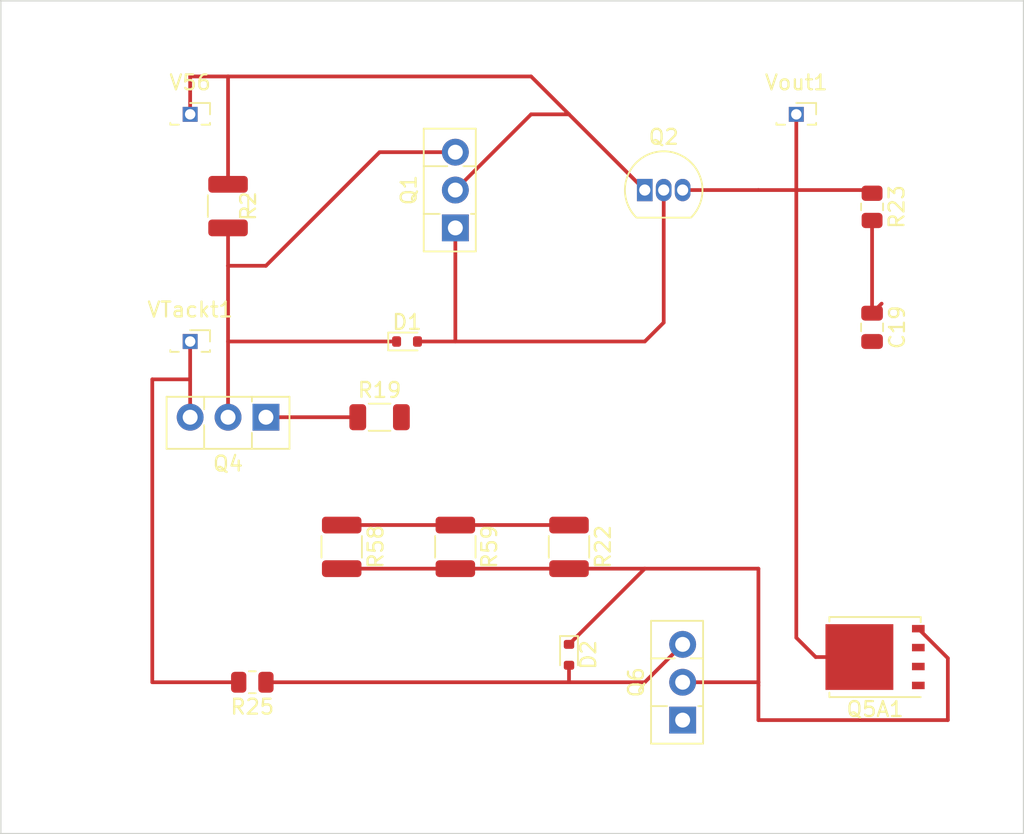
<source format=kicad_pcb>
(kicad_pcb (version 20221018) (generator pcbnew)
  (layers (0 "F.Cu" signal) (31 "B.Cu" signal) (34 "B.Paste" user) (35 "F.Paste" user) (36 "B.SilkS" user "B.Silkscreen") (37 "F.SilkS" user "F.Silkscreen") (38 "B.Mask" user) (39 "F.Mask" user) (44 "Edge.Cuts" user))
  (net 0 "")
  (net 1 "Net-(C19-Pad1)")
  (net 2 "GND")
  (net 3 "Net-(D1-K)")
  (net 4 "Net-(D1-A)")
  (net 5 "Net-(D2-K)")
  (net 6 "Net-(D2-A)")
  (net 7 "Net-(Q1-C)")
  (net 8 "Net-(Q2-S)")
  (net 9 "Net-(Q4-E)")
  (net 10 "+1V8")
  (net 11 "Net-(Q4-B)")
  (footprint "Package_TO_SOT_THT:TO-92_Inline" (layer "F.Cu") (at 154.94 63.5)
    (fp_text reference "Q2" (at 1.27 -3.56) (layer "F.SilkS"))
    (fp_text value "IXTH90P10P")
    (fp_line (start -0.53 1.85) (end 3.07 1.85) (stroke (width 0.12)) (layer "F.SilkS"))
    (fp_arc (start -0.568478 1.838478) (mid -1.132087 -0.994977) (end 1.27 -2.6) (stroke (width 0.12)) (layer "F.SilkS"))
    (fp_arc (start 1.27 -2.6) (mid 3.672087 -0.994977) (end 3.108478 1.838478) (stroke (width 0.12)) (layer "F.SilkS"))
    (pad "1" thru_hole rect (at 0 0) (size 1.05 1.5) (drill 0.75) (layers "*.Cu" "*.Mask") (net 7 "Net-(Q1-C)"))
    (pad "2" thru_hole oval (at 1.27 0) (size 1.05 1.5) (drill 0.75) (layers "*.Cu" "*.Mask") (net 4 "Net-(D1-A)"))
    (pad "3" thru_hole oval (at 2.54 0) (size 1.05 1.5) (drill 0.75) (layers "*.Cu" "*.Mask") (net 8 "Net-(Q2-S)"))
  )
  (footprint "Resistor_SMD:R_1206_3216Metric" (layer "F.Cu") (at 137.16 78.74)
    (fp_text reference "R19" (at 0 -1.82) (layer "F.SilkS"))
    (fp_text value "120R")
    (fp_line (start -0.727064 -0.91) (end 0.727064 -0.91) (stroke (width 0.12)) (layer "F.SilkS"))
    (fp_line (start -0.727064 0.91) (end 0.727064 0.91) (stroke (width 0.12)) (layer "F.SilkS"))
    (pad "1" smd roundrect (at -1.4625 0) (size 1.125 1.75) (layers "F.Cu" "F.Paste" "F.Mask") (roundrect_rratio 0.222222) (net 9 "Net-(Q4-E)"))
    (pad "2" smd roundrect (at 1.4625 0) (size 1.125 1.75) (layers "F.Cu" "F.Paste" "F.Mask") (roundrect_rratio 0.222222) (net 2 "GND"))
  )
  (footprint "Package_TO_SOT_SMD:TDSON-8-1" (layer "F.Cu") (at 170.38 94.83 180)
    (fp_text reference "Q5A1" (at 0 -3.5) (layer "F.SilkS"))
    (fp_text value "BSC340N08NS3G")
    (fp_line (start -3.06 2.335) (end -3.06 2.685) (stroke (width 0.12)) (layer "F.SilkS"))
    (fp_line (start 3.06 -2.685) (end -3.06 -2.685) (stroke (width 0.12)) (layer "F.SilkS"))
    (fp_line (start 3.06 -2.385) (end 3.06 -2.685) (stroke (width 0.12)) (layer "F.SilkS"))
    (fp_line (start 3.06 2.385) (end 3.06 2.685) (stroke (width 0.12)) (layer "F.SilkS"))
    (fp_line (start 3.06 2.685) (end -3.06 2.685) (stroke (width 0.12)) (layer "F.SilkS"))
    (pad "1" smd rect (at -2.9 -1.905 180) (size 0.85 0.5) (layers "F.Cu" "F.Paste" "F.Mask") (net 2 "GND"))
    (pad "2" smd rect (at -2.9 -0.635 180) (size 0.85 0.5) (layers "F.Cu" "F.Paste" "F.Mask") (net 2 "GND"))
    (pad "3" smd rect (at -2.9 0.635 180) (size 0.85 0.5) (layers "F.Cu" "F.Paste" "F.Mask") (net 2 "GND"))
    (pad "4" smd rect (at -2.9 1.905 180) (size 0.85 0.5) (layers "F.Cu" "F.Paste" "F.Mask") (net 5 "Net-(D2-K)"))
    (pad "5" smd rect (at 1.05 0 180) (size 4.55 4.41) (layers "F.Cu") (net 8 "Net-(Q2-S)"))
  )
  (footprint "Connector_PinSocket_1.27mm:PinSocket_1x01_P1.27mm_Vertical" (layer "F.Cu") (at 165.1 58.42)
    (fp_text reference "Vout1" (at 0 -2.135) (layer "F.SilkS"))
    (fp_text value "Conn_01x01_Socket")
    (fp_line (start -1.33 0.575) (end -1.33 0.695) (stroke (width 0.12)) (layer "F.SilkS"))
    (fp_line (start -1.33 0.695) (end -0.76 0.695) (stroke (width 0.12)) (layer "F.SilkS"))
    (fp_line (start 0 -0.76) (end 1.33 -0.76) (stroke (width 0.12)) (layer "F.SilkS"))
    (fp_line (start 0.76 0.695) (end 1.33 0.695) (stroke (width 0.12)) (layer "F.SilkS"))
    (fp_line (start 1.33 -0.76) (end 1.33 0) (stroke (width 0.12)) (layer "F.SilkS"))
    (fp_line (start 1.33 0.575) (end 1.33 0.695) (stroke (width 0.12)) (layer "F.SilkS"))
    (pad "1" thru_hole rect (at 0 0) (size 1 1) (drill 0.7) (layers "*.Cu" "*.Mask") (net 8 "Net-(Q2-S)"))
  )
  (footprint "Diode_SMD:D_SOD-523" (layer "F.Cu") (at 149.86 94.68 -90)
    (fp_text reference "D2" (at 0 -1.3 90) (layer "F.SilkS"))
    (fp_text value "BAT54XV2T5G")
    (fp_line (start -1.26 -0.6) (end -1.26 0.6) (stroke (width 0.12)) (layer "F.SilkS"))
    (fp_line (start 0.7 -0.6) (end -1.26 -0.6) (stroke (width 0.12)) (layer "F.SilkS"))
    (fp_line (start 0.7 0.6) (end -1.26 0.6) (stroke (width 0.12)) (layer "F.SilkS"))
    (pad "1" smd roundrect (at -0.7 0 90) (size 0.6 0.7) (layers "F.Cu" "F.Paste" "F.Mask") (net 5 "Net-(D2-K)"))
    (pad "2" smd roundrect (at 0.7 0 90) (size 0.6 0.7) (layers "F.Cu" "F.Paste" "F.Mask") (net 6 "Net-(D2-A)"))
  )
  (footprint "Connector_PinSocket_1.27mm:PinSocket_1x01_P1.27mm_Vertical" (layer "F.Cu") (at 124.46 58.42)
    (fp_text reference "V56" (at 0 -2.135) (layer "F.SilkS"))
    (fp_text value "Conn_01x01_Socket")
    (fp_line (start -1.33 0.575) (end -1.33 0.695) (stroke (width 0.12)) (layer "F.SilkS"))
    (fp_line (start -1.33 0.695) (end -0.76 0.695) (stroke (width 0.12)) (layer "F.SilkS"))
    (fp_line (start 0 -0.76) (end 1.33 -0.76) (stroke (width 0.12)) (layer "F.SilkS"))
    (fp_line (start 0.76 0.695) (end 1.33 0.695) (stroke (width 0.12)) (layer "F.SilkS"))
    (fp_line (start 1.33 -0.76) (end 1.33 0) (stroke (width 0.12)) (layer "F.SilkS"))
    (fp_line (start 1.33 0.575) (end 1.33 0.695) (stroke (width 0.12)) (layer "F.SilkS"))
    (pad "1" thru_hole rect (at 0 0) (size 1 1) (drill 0.7) (layers "*.Cu" "*.Mask") (net 7 "Net-(Q1-C)"))
  )
  (footprint "Resistor_SMD:R_1210_3225Metric" (layer "F.Cu") (at 142.24 87.4375 -90)
    (fp_text reference "R59" (at 0 -2.28 90) (layer "F.SilkS"))
    (fp_text value "220R")
    (fp_line (start -0.723737 -1.355) (end 0.723737 -1.355) (stroke (width 0.12)) (layer "F.SilkS"))
    (fp_line (start -0.723737 1.355) (end 0.723737 1.355) (stroke (width 0.12)) (layer "F.SilkS"))
    (pad "1" smd roundrect (at -1.4625 0 270) (size 1.125 2.65) (layers "F.Cu" "F.Paste" "F.Mask") (roundrect_rratio 0.222222) (net 10 "+1V8"))
    (pad "2" smd roundrect (at 1.4625 0 270) (size 1.125 2.65) (layers "F.Cu" "F.Paste" "F.Mask") (roundrect_rratio 0.222222) (net 5 "Net-(D2-K)"))
  )
  (footprint "Capacitor_SMD:C_0805_2012Metric" (layer "F.Cu") (at 170.18 72.71 -90)
    (fp_text reference "C19" (at 0 -1.68 90) (layer "F.SilkS"))
    (fp_text value "1nF")
    (fp_line (start -0.261252 -0.735) (end 0.261252 -0.735) (stroke (width 0.12)) (layer "F.SilkS"))
    (fp_line (start -0.261252 0.735) (end 0.261252 0.735) (stroke (width 0.12)) (layer "F.SilkS"))
    (pad "1" smd roundrect (at -0.95 0 270) (size 1 1.45) (layers "F.Cu" "F.Paste" "F.Mask") (net 1 "Net-(C19-Pad1)"))
    (pad "2" smd roundrect (at 0.95 0 270) (size 1 1.45) (layers "F.Cu" "F.Paste" "F.Mask") (net 2 "GND"))
  )
  (footprint "Resistor_SMD:R_0805_2012Metric" (layer "F.Cu") (at 170.18 64.6275 -90)
    (fp_text reference "R23" (at 0 -1.65 90) (layer "F.SilkS"))
    (fp_text value "2R2")
    (fp_line (start -0.227064 -0.735) (end 0.227064 -0.735) (stroke (width 0.12)) (layer "F.SilkS"))
    (fp_line (start -0.227064 0.735) (end 0.227064 0.735) (stroke (width 0.12)) (layer "F.SilkS"))
    (pad "1" smd roundrect (at -0.9125 0 270) (size 1.025 1.4) (layers "F.Cu" "F.Paste" "F.Mask") (roundrect_rratio 0.243902) (net 8 "Net-(Q2-S)"))
    (pad "2" smd roundrect (at 0.9125 0 270) (size 1.025 1.4) (layers "F.Cu" "F.Paste" "F.Mask") (roundrect_rratio 0.243902) (net 1 "Net-(C19-Pad1)"))
  )
  (footprint "Resistor_SMD:R_0805_2012Metric" (layer "F.Cu") (at 128.6275 96.52 180)
    (fp_text reference "R25" (at 0 -1.65) (layer "F.SilkS"))
    (fp_text value "4k7")
    (fp_line (start -0.227064 -0.735) (end 0.227064 -0.735) (stroke (width 0.12)) (layer "F.SilkS"))
    (fp_line (start -0.227064 0.735) (end 0.227064 0.735) (stroke (width 0.12)) (layer "F.SilkS"))
    (pad "1" smd roundrect (at -0.9125 0 180) (size 1.025 1.4) (layers "F.Cu" "F.Paste" "F.Mask") (roundrect_rratio 0.243902) (net 6 "Net-(D2-A)"))
    (pad "2" smd roundrect (at 0.9125 0 180) (size 1.025 1.4) (layers "F.Cu" "F.Paste" "F.Mask") (roundrect_rratio 0.243902) (net 11 "Net-(Q4-B)"))
  )
  (footprint "Connector_PinSocket_1.27mm:PinSocket_1x01_P1.27mm_Vertical" (layer "F.Cu") (at 124.46 73.66)
    (fp_text reference "VTackt1" (at 0 -2.135) (layer "F.SilkS"))
    (fp_text value "Conn_01x01_Socket")
    (fp_line (start -1.33 0.575) (end -1.33 0.695) (stroke (width 0.12)) (layer "F.SilkS"))
    (fp_line (start -1.33 0.695) (end -0.76 0.695) (stroke (width 0.12)) (layer "F.SilkS"))
    (fp_line (start 0 -0.76) (end 1.33 -0.76) (stroke (width 0.12)) (layer "F.SilkS"))
    (fp_line (start 0.76 0.695) (end 1.33 0.695) (stroke (width 0.12)) (layer "F.SilkS"))
    (fp_line (start 1.33 -0.76) (end 1.33 0) (stroke (width 0.12)) (layer "F.SilkS"))
    (fp_line (start 1.33 0.575) (end 1.33 0.695) (stroke (width 0.12)) (layer "F.SilkS"))
    (pad "1" thru_hole rect (at 0 0) (size 1 1) (drill 0.7) (layers "*.Cu" "*.Mask") (net 11 "Net-(Q4-B)"))
  )
  (footprint "Package_TO_SOT_THT:TO-126-3_Vertical" (layer "F.Cu") (at 129.54 78.74 180)
    (fp_text reference "Q4" (at 2.54 -3.12) (layer "F.SilkS"))
    (fp_text value "BD139")
    (fp_line (start -1.58 -2.12) (end -1.58 1.37) (stroke (width 0.12)) (layer "F.SilkS"))
    (fp_line (start -1.58 -2.12) (end 6.66 -2.12) (stroke (width 0.12)) (layer "F.SilkS"))
    (fp_line (start -1.58 1.37) (end 6.66 1.37) (stroke (width 0.12)) (layer "F.SilkS"))
    (fp_line (start 0.94 -2.12) (end 0.94 -1.05) (stroke (width 0.12)) (layer "F.SilkS"))
    (fp_line (start 0.94 1.05) (end 0.94 1.37) (stroke (width 0.12)) (layer "F.SilkS"))
    (fp_line (start 4.141 -2.12) (end 4.141 -0.54) (stroke (width 0.12)) (layer "F.SilkS"))
    (fp_line (start 4.141 0.54) (end 4.141 1.37) (stroke (width 0.12)) (layer "F.SilkS"))
    (fp_line (start 6.66 -2.12) (end 6.66 1.37) (stroke (width 0.12)) (layer "F.SilkS"))
    (pad "1" thru_hole rect (at 0 0 180) (size 1.8 1.8) (drill 1) (layers "*.Cu" "*.Mask") (net 9 "Net-(Q4-E)"))
    (pad "2" thru_hole oval (at 2.54 0 180) (size 1.8 1.8) (drill 1) (layers "*.Cu" "*.Mask") (net 3 "Net-(D1-K)"))
    (pad "3" thru_hole oval (at 5.08 0 180) (size 1.8 1.8) (drill 1) (layers "*.Cu" "*.Mask") (net 11 "Net-(Q4-B)"))
  )
  (footprint "Resistor_SMD:R_1210_3225Metric" (layer "F.Cu") (at 127 64.5775 -90)
    (fp_text reference "R2" (at 0 -1.355 90) (layer "F.SilkS"))
    (fp_text value "330R")
    (fp_line (start -0.723737 -1.355) (end 0.723737 -1.355) (stroke (width 0.12)) (layer "F.SilkS"))
    (fp_line (start -0.723737 1.355) (end 0.723737 1.355) (stroke (width 0.12)) (layer "F.SilkS"))
    (pad "1" smd roundrect (at -1.4625 0 270) (size 1.125 2.65) (layers "F.Cu" "F.Paste" "F.Mask") (roundrect_rratio 0.222222) (net 7 "Net-(Q1-C)"))
    (pad "2" smd roundrect (at 1.4625 0 270) (size 1.125 2.65) (layers "F.Cu" "F.Paste" "F.Mask") (roundrect_rratio 0.222222) (net 3 "Net-(D1-K)"))
  )
  (footprint "Package_TO_SOT_THT:TO-126-3_Vertical" (layer "F.Cu") (at 157.48 99.06 90)
    (fp_text reference "Q6" (at 2.54 -3.12 90) (layer "F.SilkS"))
    (fp_text value "BD139")
    (fp_line (start -1.58 -2.12) (end -1.58 1.37) (stroke (width 0.12)) (layer "F.SilkS"))
    (fp_line (start -1.58 -2.12) (end 6.66 -2.12) (stroke (width 0.12)) (layer "F.SilkS"))
    (fp_line (start -1.58 1.37) (end 6.66 1.37) (stroke (width 0.12)) (layer "F.SilkS"))
    (fp_line (start 0.94 -2.12) (end 0.94 -1.05) (stroke (width 0.12)) (layer "F.SilkS"))
    (fp_line (start 0.94 1.05) (end 0.94 1.37) (stroke (width 0.12)) (layer "F.SilkS"))
    (fp_line (start 4.141 -2.12) (end 4.141 -0.54) (stroke (width 0.12)) (layer "F.SilkS"))
    (fp_line (start 4.141 0.54) (end 4.141 1.37) (stroke (width 0.12)) (layer "F.SilkS"))
    (fp_line (start 6.66 -2.12) (end 6.66 1.37) (stroke (width 0.12)) (layer "F.SilkS"))
    (pad "1" thru_hole rect (at 0 0 90) (size 1.8 1.8) (drill 1) (layers "*.Cu" "*.Mask") (net 2 "GND"))
    (pad "2" thru_hole oval (at 2.54 0 90) (size 1.8 1.8) (drill 1) (layers "*.Cu" "*.Mask") (net 5 "Net-(D2-K)"))
    (pad "3" thru_hole oval (at 5.08 0 90) (size 1.8 1.8) (drill 1) (layers "*.Cu" "*.Mask") (net 6 "Net-(D2-A)"))
  )
  (footprint "Resistor_SMD:R_1210_3225Metric" (layer "F.Cu") (at 149.86 87.4375 -90)
    (fp_text reference "R22" (at 0 -2.28 90) (layer "F.SilkS"))
    (fp_text value "220R")
    (fp_line (start -0.723737 -1.355) (end 0.723737 -1.355) (stroke (width 0.12)) (layer "F.SilkS"))
    (fp_line (start -0.723737 1.355) (end 0.723737 1.355) (stroke (width 0.12)) (layer "F.SilkS"))
    (pad "1" smd roundrect (at -1.4625 0 270) (size 1.125 2.65) (layers "F.Cu" "F.Paste" "F.Mask") (roundrect_rratio 0.222222) (net 10 "+1V8"))
    (pad "2" smd roundrect (at 1.4625 0 270) (size 1.125 2.65) (layers "F.Cu" "F.Paste" "F.Mask") (roundrect_rratio 0.222222) (net 5 "Net-(D2-K)"))
  )
  (footprint "Resistor_SMD:R_1210_3225Metric" (layer "F.Cu") (at 134.62 87.4375 -90)
    (fp_text reference "R58" (at 0 -2.28 90) (layer "F.SilkS"))
    (fp_text value "220R")
    (fp_line (start -0.723737 -1.355) (end 0.723737 -1.355) (stroke (width 0.12)) (layer "F.SilkS"))
    (fp_line (start -0.723737 1.355) (end 0.723737 1.355) (stroke (width 0.12)) (layer "F.SilkS"))
    (pad "1" smd roundrect (at -1.4625 0 270) (size 1.125 2.65) (layers "F.Cu" "F.Paste" "F.Mask") (roundrect_rratio 0.222222) (net 10 "+1V8"))
    (pad "2" smd roundrect (at 1.4625 0 270) (size 1.125 2.65) (layers "F.Cu" "F.Paste" "F.Mask") (roundrect_rratio 0.222222) (net 5 "Net-(D2-K)"))
  )
  (footprint "Package_TO_SOT_THT:TO-126-3_Vertical" (layer "F.Cu") (at 142.24 66.04 90)
    (fp_text reference "Q1" (at 2.54 -3.12 90) (layer "F.SilkS"))
    (fp_text value "BD139")
    (fp_line (start -1.58 -2.12) (end -1.58 1.37) (stroke (width 0.12)) (layer "F.SilkS"))
    (fp_line (start -1.58 -2.12) (end 6.66 -2.12) (stroke (width 0.12)) (layer "F.SilkS"))
    (fp_line (start -1.58 1.37) (end 6.66 1.37) (stroke (width 0.12)) (layer "F.SilkS"))
    (fp_line (start 0.94 -2.12) (end 0.94 -1.05) (stroke (width 0.12)) (layer "F.SilkS"))
    (fp_line (start 0.94 1.05) (end 0.94 1.37) (stroke (width 0.12)) (layer "F.SilkS"))
    (fp_line (start 4.141 -2.12) (end 4.141 -0.54) (stroke (width 0.12)) (layer "F.SilkS"))
    (fp_line (start 4.141 0.54) (end 4.141 1.37) (stroke (width 0.12)) (layer "F.SilkS"))
    (fp_line (start 6.66 -2.12) (end 6.66 1.37) (stroke (width 0.12)) (layer "F.SilkS"))
    (pad "1" thru_hole rect (at 0 0 90) (size 1.8 1.8) (drill 1) (layers "*.Cu" "*.Mask") (net 4 "Net-(D1-A)"))
    (pad "2" thru_hole oval (at 2.54 0 90) (size 1.8 1.8) (drill 1) (layers "*.Cu" "*.Mask") (net 7 "Net-(Q1-C)"))
    (pad "3" thru_hole oval (at 5.08 0 90) (size 1.8 1.8) (drill 1) (layers "*.Cu" "*.Mask") (net 3 "Net-(D1-K)"))
  )
  (footprint "Diode_SMD:D_SOD-523" (layer "F.Cu") (at 139 73.66)
    (fp_text reference "D1" (at 0 -1.3) (layer "F.SilkS"))
    (fp_text value "BAT54XV2T5G")
    (fp_line (start -1.26 -0.6) (end -1.26 0.6) (stroke (width 0.12)) (layer "F.SilkS"))
    (fp_line (start 0.7 -0.6) (end -1.26 -0.6) (stroke (width 0.12)) (layer "F.SilkS"))
    (fp_line (start 0.7 0.6) (end -1.26 0.6) (stroke (width 0.12)) (layer "F.SilkS"))
    (pad "1" smd roundrect (at -0.7 0 180) (size 0.6 0.7) (layers "F.Cu" "F.Paste" "F.Mask") (net 3 "Net-(D1-K)"))
    (pad "2" smd roundrect (at 0.7 0 180) (size 0.6 0.7) (layers "F.Cu" "F.Paste" "F.Mask") (net 4 "Net-(D1-A)"))
  )
  (gr_poly (pts (xy 111.76 50.8) (xy 180.34 50.8) (xy 180.34 106.68) (xy 111.76 106.68)) (stroke (width 0.1)) (fill none) (layer "Edge.Cuts"))
  (segment (start 170.18 71.76) (end 170.82 71.12) (width 0.25) (layer "F.Cu") (net 1))
  (segment (start 170.18 65.54) (end 170.18 71.76) (width 0.25) (layer "F.Cu") (net 1))
  (segment (start 170.745 65.54) (end 170.68 65.54) (width 0.25) (layer "F.Cu") (net 1))
  (segment (start 142.24 60.96) (end 137.16 60.96) (width 0.25) (layer "F.Cu") (net 3))
  (segment (start 127 68.58) (end 127 66.04) (width 0.25) (layer "F.Cu") (net 3))
  (segment (start 129.54 68.58) (end 127 68.58) (width 0.25) (layer "F.Cu") (net 3))
  (segment (start 138.3 73.66) (end 127 73.66) (width 0.25) (layer "F.Cu") (net 3))
  (segment (start 127 78.74) (end 127 68.58) (width 0.25) (layer "F.Cu") (net 3))
  (segment (start 137.16 60.96) (end 129.54 68.58) (width 0.25) (layer "F.Cu") (net 3))
  (segment (start 156.21 72.39) (end 154.94 73.66) (width 0.25) (layer "F.Cu") (net 4))
  (segment (start 142.24 73.66) (end 139.7 73.66) (width 0.25) (layer "F.Cu") (net 4))
  (segment (start 142.24 66.04) (end 142.24 73.66) (width 0.25) (layer "F.Cu") (net 4))
  (segment (start 156.21 63.5) (end 156.21 72.39) (width 0.25) (layer "F.Cu") (net 4))
  (segment (start 154.94 73.66) (end 142.24 73.66) (width 0.25) (layer "F.Cu") (net 4))
  (segment (start 162.56 96.52) (end 162.56 88.9) (width 0.25) (layer "F.Cu") (net 5))
  (segment (start 142.24 88.9) (end 134.62 88.9) (width 0.25) (layer "F.Cu") (net 5))
  (segment (start 175.26 94.905) (end 173.28 92.925) (width 0.25) (layer "F.Cu") (net 5))
  (segment (start 162.56 96.735) (end 162.56 99.06) (width 0.25) (layer "F.Cu") (net 5))
  (segment (start 154.94 88.9) (end 149.86 88.9) (width 0.25) (layer "F.Cu") (net 5))
  (segment (start 149.86 93.98) (end 154.94 88.9) (width 0.25) (layer "F.Cu") (net 5))
  (segment (start 162.56 99.06) (end 175.26 99.06) (width 0.25) (layer "F.Cu") (net 5))
  (segment (start 162.56 96.735) (end 162.56 96.52) (width 0.25) (layer "F.Cu") (net 5))
  (segment (start 157.695 96.735) (end 157.48 96.52) (width 0.25) (layer "F.Cu") (net 5))
  (segment (start 157.48 96.52) (end 162.56 96.52) (width 0.25) (layer "F.Cu") (net 5))
  (segment (start 162.56 88.9) (end 154.94 88.9) (width 0.25) (layer "F.Cu") (net 5))
  (segment (start 149.86 88.9) (end 142.24 88.9) (width 0.25) (layer "F.Cu") (net 5))
  (segment (start 175.26 99.06) (end 175.26 94.905) (width 0.25) (layer "F.Cu") (net 5))
  (segment (start 149.86 96.52) (end 129.54 96.52) (width 0.25) (layer "F.Cu") (net 6))
  (segment (start 157.48 93.98) (end 154.94 96.52) (width 0.25) (layer "F.Cu") (net 6))
  (segment (start 154.94 96.52) (end 149.86 96.52) (width 0.25) (layer "F.Cu") (net 6))
  (segment (start 149.86 95.38) (end 149.86 96.52) (width 0.25) (layer "F.Cu") (net 6))
  (segment (start 149.86 58.42) (end 154.94 63.5) (width 0.25) (layer "F.Cu") (net 7))
  (segment (start 127 55.88) (end 147.32 55.88) (width 0.25) (layer "F.Cu") (net 7))
  (segment (start 142.24 63.5) (end 147.32 58.42) (width 0.25) (layer "F.Cu") (net 7))
  (segment (start 127 55.88) (end 124.46 55.88) (width 0.25) (layer "F.Cu") (net 7))
  (segment (start 147.32 58.42) (end 149.86 58.42) (width 0.25) (layer "F.Cu") (net 7))
  (segment (start 127 63.115) (end 127 55.88) (width 0.25) (layer "F.Cu") (net 7))
  (segment (start 147.32 55.88) (end 149.86 58.42) (width 0.25) (layer "F.Cu") (net 7))
  (segment (start 124.46 55.88) (end 124.46 58.42) (width 0.25) (layer "F.Cu") (net 7))
  (segment (start 165.1 93.53) (end 166.4 94.83) (width 0.25) (layer "F.Cu") (net 8))
  (segment (start 166.4 94.83) (end 169.33 94.83) (width 0.25) (layer "F.Cu") (net 8))
  (segment (start 165.1 58.42) (end 165.1 63.5) (width 0.25) (layer "F.Cu") (net 8))
  (segment (start 170.53 63.5) (end 170.745 63.715) (width 0.25) (layer "F.Cu") (net 8))
  (segment (start 169.965 63.5) (end 165.1 63.5) (width 0.25) (layer "F.Cu") (net 8))
  (segment (start 162.56 63.5) (end 157.48 63.5) (width 0.25) (layer "F.Cu") (net 8))
  (segment (start 170.18 63.715) (end 169.965 63.5) (width 0.25) (layer "F.Cu") (net 8))
  (segment (start 165.1 63.5) (end 165.1 93.53) (width 0.25) (layer "F.Cu") (net 8))
  (segment (start 165.1 63.5) (end 162.56 63.5) (width 0.25) (layer "F.Cu") (net 8))
  (segment (start 129.54 78.74) (end 135.6975 78.74) (width 0.25) (layer "F.Cu") (net 9))
  (segment (start 134.62 85.975) (end 142.24 85.975) (width 0.25) (layer "F.Cu") (net 10))
  (segment (start 149.86 85.975) (end 142.24 85.975) (width 0.25) (layer "F.Cu") (net 10))
  (segment (start 124.46 73.66) (end 124.46 76.2) (width 0.25) (layer "F.Cu") (net 11))
  (segment (start 121.92 96.52) (end 127.715 96.52) (width 0.25) (layer "F.Cu") (net 11))
  (segment (start 121.92 76.2) (end 121.92 96.52) (width 0.25) (layer "F.Cu") (net 11))
  (segment (start 124.46 76.2) (end 124.46 78.74) (width 0.25) (layer "F.Cu") (net 11))
  (segment (start 124.46 76.2) (end 121.92 76.2) (width 0.25) (layer "F.Cu") (net 11))
)
</source>
